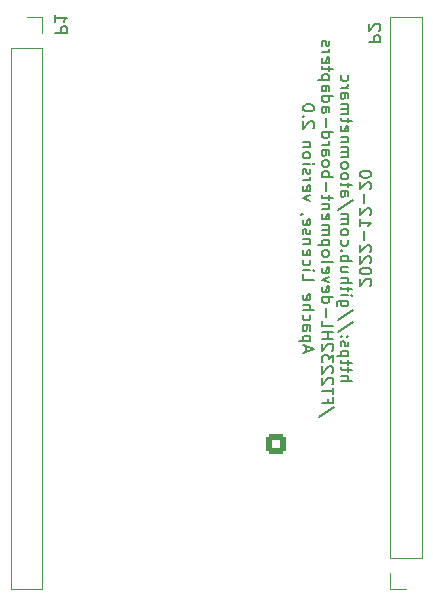
<source format=gbo>
G04 #@! TF.GenerationSoftware,KiCad,Pcbnew,(6.0.9)*
G04 #@! TF.CreationDate,2022-11-20T19:10:43+01:00*
G04 #@! TF.ProjectId,FT2232HL development board to iceprog,46543232-3332-4484-9c20-646576656c6f,rev?*
G04 #@! TF.SameCoordinates,Original*
G04 #@! TF.FileFunction,Legend,Bot*
G04 #@! TF.FilePolarity,Positive*
%FSLAX46Y46*%
G04 Gerber Fmt 4.6, Leading zero omitted, Abs format (unit mm)*
G04 Created by KiCad (PCBNEW (6.0.9)) date 2022-11-20 19:10:43*
%MOMM*%
%LPD*%
G01*
G04 APERTURE LIST*
G04 Aperture macros list*
%AMRoundRect*
0 Rectangle with rounded corners*
0 $1 Rounding radius*
0 $2 $3 $4 $5 $6 $7 $8 $9 X,Y pos of 4 corners*
0 Add a 4 corners polygon primitive as box body*
4,1,4,$2,$3,$4,$5,$6,$7,$8,$9,$2,$3,0*
0 Add four circle primitives for the rounded corners*
1,1,$1+$1,$2,$3*
1,1,$1+$1,$4,$5*
1,1,$1+$1,$6,$7*
1,1,$1+$1,$8,$9*
0 Add four rect primitives between the rounded corners*
20,1,$1+$1,$2,$3,$4,$5,0*
20,1,$1+$1,$4,$5,$6,$7,0*
20,1,$1+$1,$6,$7,$8,$9,0*
20,1,$1+$1,$8,$9,$2,$3,0*%
G04 Aperture macros list end*
%ADD10C,0.150000*%
%ADD11C,0.120000*%
%ADD12R,1.700000X1.700000*%
%ADD13O,1.700000X1.700000*%
%ADD14C,1.700000*%
%ADD15RoundRect,0.250000X-0.600000X0.600000X-0.600000X-0.600000X0.600000X-0.600000X0.600000X0.600000X0*%
G04 APERTURE END LIST*
D10*
X13027380Y-106457142D02*
X13075000Y-106409523D01*
X13122619Y-106314285D01*
X13122619Y-106076190D01*
X13075000Y-105980952D01*
X13027380Y-105933333D01*
X12932142Y-105885714D01*
X12836904Y-105885714D01*
X12694047Y-105933333D01*
X12122619Y-106504761D01*
X12122619Y-105885714D01*
X13122619Y-105266666D02*
X13122619Y-105171428D01*
X13075000Y-105076190D01*
X13027380Y-105028571D01*
X12932142Y-104980952D01*
X12741666Y-104933333D01*
X12503571Y-104933333D01*
X12313095Y-104980952D01*
X12217857Y-105028571D01*
X12170238Y-105076190D01*
X12122619Y-105171428D01*
X12122619Y-105266666D01*
X12170238Y-105361904D01*
X12217857Y-105409523D01*
X12313095Y-105457142D01*
X12503571Y-105504761D01*
X12741666Y-105504761D01*
X12932142Y-105457142D01*
X13027380Y-105409523D01*
X13075000Y-105361904D01*
X13122619Y-105266666D01*
X13027380Y-104552380D02*
X13075000Y-104504761D01*
X13122619Y-104409523D01*
X13122619Y-104171428D01*
X13075000Y-104076190D01*
X13027380Y-104028571D01*
X12932142Y-103980952D01*
X12836904Y-103980952D01*
X12694047Y-104028571D01*
X12122619Y-104600000D01*
X12122619Y-103980952D01*
X13027380Y-103600000D02*
X13075000Y-103552380D01*
X13122619Y-103457142D01*
X13122619Y-103219047D01*
X13075000Y-103123809D01*
X13027380Y-103076190D01*
X12932142Y-103028571D01*
X12836904Y-103028571D01*
X12694047Y-103076190D01*
X12122619Y-103647619D01*
X12122619Y-103028571D01*
X12503571Y-102600000D02*
X12503571Y-101838095D01*
X12122619Y-100838095D02*
X12122619Y-101409523D01*
X12122619Y-101123809D02*
X13122619Y-101123809D01*
X12979761Y-101219047D01*
X12884523Y-101314285D01*
X12836904Y-101409523D01*
X13027380Y-100457142D02*
X13075000Y-100409523D01*
X13122619Y-100314285D01*
X13122619Y-100076190D01*
X13075000Y-99980952D01*
X13027380Y-99933333D01*
X12932142Y-99885714D01*
X12836904Y-99885714D01*
X12694047Y-99933333D01*
X12122619Y-100504761D01*
X12122619Y-99885714D01*
X12503571Y-99457142D02*
X12503571Y-98695238D01*
X13027380Y-98266666D02*
X13075000Y-98219047D01*
X13122619Y-98123809D01*
X13122619Y-97885714D01*
X13075000Y-97790476D01*
X13027380Y-97742857D01*
X12932142Y-97695238D01*
X12836904Y-97695238D01*
X12694047Y-97742857D01*
X12122619Y-98314285D01*
X12122619Y-97695238D01*
X13122619Y-97076190D02*
X13122619Y-96980952D01*
X13075000Y-96885714D01*
X13027380Y-96838095D01*
X12932142Y-96790476D01*
X12741666Y-96742857D01*
X12503571Y-96742857D01*
X12313095Y-96790476D01*
X12217857Y-96838095D01*
X12170238Y-96885714D01*
X12122619Y-96980952D01*
X12122619Y-97076190D01*
X12170238Y-97171428D01*
X12217857Y-97219047D01*
X12313095Y-97266666D01*
X12503571Y-97314285D01*
X12741666Y-97314285D01*
X12932142Y-97266666D01*
X13027380Y-97219047D01*
X13075000Y-97171428D01*
X13122619Y-97076190D01*
X10512619Y-114504761D02*
X11512619Y-114504761D01*
X10512619Y-114076190D02*
X11036428Y-114076190D01*
X11131666Y-114123809D01*
X11179285Y-114219047D01*
X11179285Y-114361904D01*
X11131666Y-114457142D01*
X11084047Y-114504761D01*
X11179285Y-113742857D02*
X11179285Y-113361904D01*
X11512619Y-113600000D02*
X10655476Y-113600000D01*
X10560238Y-113552380D01*
X10512619Y-113457142D01*
X10512619Y-113361904D01*
X11179285Y-113171428D02*
X11179285Y-112790476D01*
X11512619Y-113028571D02*
X10655476Y-113028571D01*
X10560238Y-112980952D01*
X10512619Y-112885714D01*
X10512619Y-112790476D01*
X11179285Y-112457142D02*
X10179285Y-112457142D01*
X11131666Y-112457142D02*
X11179285Y-112361904D01*
X11179285Y-112171428D01*
X11131666Y-112076190D01*
X11084047Y-112028571D01*
X10988809Y-111980952D01*
X10703095Y-111980952D01*
X10607857Y-112028571D01*
X10560238Y-112076190D01*
X10512619Y-112171428D01*
X10512619Y-112361904D01*
X10560238Y-112457142D01*
X10560238Y-111600000D02*
X10512619Y-111504761D01*
X10512619Y-111314285D01*
X10560238Y-111219047D01*
X10655476Y-111171428D01*
X10703095Y-111171428D01*
X10798333Y-111219047D01*
X10845952Y-111314285D01*
X10845952Y-111457142D01*
X10893571Y-111552380D01*
X10988809Y-111600000D01*
X11036428Y-111600000D01*
X11131666Y-111552380D01*
X11179285Y-111457142D01*
X11179285Y-111314285D01*
X11131666Y-111219047D01*
X10607857Y-110742857D02*
X10560238Y-110695238D01*
X10512619Y-110742857D01*
X10560238Y-110790476D01*
X10607857Y-110742857D01*
X10512619Y-110742857D01*
X11131666Y-110742857D02*
X11084047Y-110695238D01*
X11036428Y-110742857D01*
X11084047Y-110790476D01*
X11131666Y-110742857D01*
X11036428Y-110742857D01*
X11560238Y-109552380D02*
X10274523Y-110409523D01*
X11560238Y-108504761D02*
X10274523Y-109361904D01*
X11179285Y-107742857D02*
X10369761Y-107742857D01*
X10274523Y-107790476D01*
X10226904Y-107838095D01*
X10179285Y-107933333D01*
X10179285Y-108076190D01*
X10226904Y-108171428D01*
X10560238Y-107742857D02*
X10512619Y-107838095D01*
X10512619Y-108028571D01*
X10560238Y-108123809D01*
X10607857Y-108171428D01*
X10703095Y-108219047D01*
X10988809Y-108219047D01*
X11084047Y-108171428D01*
X11131666Y-108123809D01*
X11179285Y-108028571D01*
X11179285Y-107838095D01*
X11131666Y-107742857D01*
X10512619Y-107266666D02*
X11179285Y-107266666D01*
X11512619Y-107266666D02*
X11464999Y-107314285D01*
X11417380Y-107266666D01*
X11464999Y-107219047D01*
X11512619Y-107266666D01*
X11417380Y-107266666D01*
X11179285Y-106933333D02*
X11179285Y-106552380D01*
X11512619Y-106790476D02*
X10655476Y-106790476D01*
X10560238Y-106742857D01*
X10512619Y-106647619D01*
X10512619Y-106552380D01*
X10512619Y-106219047D02*
X11512619Y-106219047D01*
X10512619Y-105790476D02*
X11036428Y-105790476D01*
X11131666Y-105838095D01*
X11179285Y-105933333D01*
X11179285Y-106076190D01*
X11131666Y-106171428D01*
X11084047Y-106219047D01*
X11179285Y-104885714D02*
X10512619Y-104885714D01*
X11179285Y-105314285D02*
X10655476Y-105314285D01*
X10560238Y-105266666D01*
X10512619Y-105171428D01*
X10512619Y-105028571D01*
X10560238Y-104933333D01*
X10607857Y-104885714D01*
X10512619Y-104409523D02*
X11512619Y-104409523D01*
X11131666Y-104409523D02*
X11179285Y-104314285D01*
X11179285Y-104123809D01*
X11131666Y-104028571D01*
X11084047Y-103980952D01*
X10988809Y-103933333D01*
X10703095Y-103933333D01*
X10607857Y-103980952D01*
X10560238Y-104028571D01*
X10512619Y-104123809D01*
X10512619Y-104314285D01*
X10560238Y-104409523D01*
X10607857Y-103504761D02*
X10560238Y-103457142D01*
X10512619Y-103504761D01*
X10560238Y-103552380D01*
X10607857Y-103504761D01*
X10512619Y-103504761D01*
X10560238Y-102600000D02*
X10512619Y-102695238D01*
X10512619Y-102885714D01*
X10560238Y-102980952D01*
X10607857Y-103028571D01*
X10703095Y-103076190D01*
X10988809Y-103076190D01*
X11084047Y-103028571D01*
X11131666Y-102980952D01*
X11179285Y-102885714D01*
X11179285Y-102695238D01*
X11131666Y-102600000D01*
X10512619Y-102028571D02*
X10560238Y-102123809D01*
X10607857Y-102171428D01*
X10703095Y-102219047D01*
X10988809Y-102219047D01*
X11084047Y-102171428D01*
X11131666Y-102123809D01*
X11179285Y-102028571D01*
X11179285Y-101885714D01*
X11131666Y-101790476D01*
X11084047Y-101742857D01*
X10988809Y-101695238D01*
X10703095Y-101695238D01*
X10607857Y-101742857D01*
X10560238Y-101790476D01*
X10512619Y-101885714D01*
X10512619Y-102028571D01*
X10512619Y-101266666D02*
X11179285Y-101266666D01*
X11084047Y-101266666D02*
X11131666Y-101219047D01*
X11179285Y-101123809D01*
X11179285Y-100980952D01*
X11131666Y-100885714D01*
X11036428Y-100838095D01*
X10512619Y-100838095D01*
X11036428Y-100838095D02*
X11131666Y-100790476D01*
X11179285Y-100695238D01*
X11179285Y-100552380D01*
X11131666Y-100457142D01*
X11036428Y-100409523D01*
X10512619Y-100409523D01*
X11560238Y-99219047D02*
X10274523Y-100076190D01*
X10512619Y-98457142D02*
X11036428Y-98457142D01*
X11131666Y-98504761D01*
X11179285Y-98600000D01*
X11179285Y-98790476D01*
X11131666Y-98885714D01*
X10560238Y-98457142D02*
X10512619Y-98552380D01*
X10512619Y-98790476D01*
X10560238Y-98885714D01*
X10655476Y-98933333D01*
X10750714Y-98933333D01*
X10845952Y-98885714D01*
X10893571Y-98790476D01*
X10893571Y-98552380D01*
X10941190Y-98457142D01*
X11179285Y-98123809D02*
X11179285Y-97742857D01*
X11512619Y-97980952D02*
X10655476Y-97980952D01*
X10560238Y-97933333D01*
X10512619Y-97838095D01*
X10512619Y-97742857D01*
X10512619Y-97266666D02*
X10560238Y-97361904D01*
X10607857Y-97409523D01*
X10703095Y-97457142D01*
X10988809Y-97457142D01*
X11084047Y-97409523D01*
X11131666Y-97361904D01*
X11179285Y-97266666D01*
X11179285Y-97123809D01*
X11131666Y-97028571D01*
X11084047Y-96980952D01*
X10988809Y-96933333D01*
X10703095Y-96933333D01*
X10607857Y-96980952D01*
X10560238Y-97028571D01*
X10512619Y-97123809D01*
X10512619Y-97266666D01*
X10512619Y-96361904D02*
X10560238Y-96457142D01*
X10607857Y-96504761D01*
X10703095Y-96552380D01*
X10988809Y-96552380D01*
X11084047Y-96504761D01*
X11131666Y-96457142D01*
X11179285Y-96361904D01*
X11179285Y-96219047D01*
X11131666Y-96123809D01*
X11084047Y-96076190D01*
X10988809Y-96028571D01*
X10703095Y-96028571D01*
X10607857Y-96076190D01*
X10560238Y-96123809D01*
X10512619Y-96219047D01*
X10512619Y-96361904D01*
X10512619Y-95600000D02*
X11179285Y-95600000D01*
X11084047Y-95600000D02*
X11131666Y-95552380D01*
X11179285Y-95457142D01*
X11179285Y-95314285D01*
X11131666Y-95219047D01*
X11036428Y-95171428D01*
X10512619Y-95171428D01*
X11036428Y-95171428D02*
X11131666Y-95123809D01*
X11179285Y-95028571D01*
X11179285Y-94885714D01*
X11131666Y-94790476D01*
X11036428Y-94742857D01*
X10512619Y-94742857D01*
X11179285Y-94266666D02*
X10512619Y-94266666D01*
X11084047Y-94266666D02*
X11131666Y-94219047D01*
X11179285Y-94123809D01*
X11179285Y-93980952D01*
X11131666Y-93885714D01*
X11036428Y-93838095D01*
X10512619Y-93838095D01*
X10560238Y-92980952D02*
X10512619Y-93076190D01*
X10512619Y-93266666D01*
X10560238Y-93361904D01*
X10655476Y-93409523D01*
X11036428Y-93409523D01*
X11131666Y-93361904D01*
X11179285Y-93266666D01*
X11179285Y-93076190D01*
X11131666Y-92980952D01*
X11036428Y-92933333D01*
X10941190Y-92933333D01*
X10845952Y-93409523D01*
X11179285Y-92647619D02*
X11179285Y-92266666D01*
X11512619Y-92504761D02*
X10655476Y-92504761D01*
X10560238Y-92457142D01*
X10512619Y-92361904D01*
X10512619Y-92266666D01*
X10512619Y-91933333D02*
X11179285Y-91933333D01*
X11084047Y-91933333D02*
X11131666Y-91885714D01*
X11179285Y-91790476D01*
X11179285Y-91647619D01*
X11131666Y-91552380D01*
X11036428Y-91504761D01*
X10512619Y-91504761D01*
X11036428Y-91504761D02*
X11131666Y-91457142D01*
X11179285Y-91361904D01*
X11179285Y-91219047D01*
X11131666Y-91123809D01*
X11036428Y-91076190D01*
X10512619Y-91076190D01*
X10512619Y-90171428D02*
X11036428Y-90171428D01*
X11131666Y-90219047D01*
X11179285Y-90314285D01*
X11179285Y-90504761D01*
X11131666Y-90600000D01*
X10560238Y-90171428D02*
X10512619Y-90266666D01*
X10512619Y-90504761D01*
X10560238Y-90600000D01*
X10655476Y-90647619D01*
X10750714Y-90647619D01*
X10845952Y-90600000D01*
X10893571Y-90504761D01*
X10893571Y-90266666D01*
X10941190Y-90171428D01*
X10512619Y-89695238D02*
X11179285Y-89695238D01*
X10988809Y-89695238D02*
X11084047Y-89647619D01*
X11131666Y-89600000D01*
X11179285Y-89504761D01*
X11179285Y-89409523D01*
X10560238Y-88647619D02*
X10512619Y-88742857D01*
X10512619Y-88933333D01*
X10560238Y-89028571D01*
X10607857Y-89076190D01*
X10703095Y-89123809D01*
X10988809Y-89123809D01*
X11084047Y-89076190D01*
X11131666Y-89028571D01*
X11179285Y-88933333D01*
X11179285Y-88742857D01*
X11131666Y-88647619D01*
X9950238Y-116719047D02*
X8664523Y-117576190D01*
X9426428Y-116052380D02*
X9426428Y-116385714D01*
X8902619Y-116385714D02*
X9902619Y-116385714D01*
X9902619Y-115909523D01*
X9902619Y-115671428D02*
X9902619Y-115100000D01*
X8902619Y-115385714D02*
X9902619Y-115385714D01*
X9807380Y-114814285D02*
X9854999Y-114766666D01*
X9902619Y-114671428D01*
X9902619Y-114433333D01*
X9854999Y-114338095D01*
X9807380Y-114290476D01*
X9712142Y-114242857D01*
X9616904Y-114242857D01*
X9474047Y-114290476D01*
X8902619Y-114861904D01*
X8902619Y-114242857D01*
X9807380Y-113861904D02*
X9854999Y-113814285D01*
X9902619Y-113719047D01*
X9902619Y-113480952D01*
X9854999Y-113385714D01*
X9807380Y-113338095D01*
X9712142Y-113290476D01*
X9616904Y-113290476D01*
X9474047Y-113338095D01*
X8902619Y-113909523D01*
X8902619Y-113290476D01*
X9902619Y-112957142D02*
X9902619Y-112338095D01*
X9521666Y-112671428D01*
X9521666Y-112528571D01*
X9474047Y-112433333D01*
X9426428Y-112385714D01*
X9331190Y-112338095D01*
X9093095Y-112338095D01*
X8997857Y-112385714D01*
X8950238Y-112433333D01*
X8902619Y-112528571D01*
X8902619Y-112814285D01*
X8950238Y-112909523D01*
X8997857Y-112957142D01*
X9807380Y-111957142D02*
X9854999Y-111909523D01*
X9902619Y-111814285D01*
X9902619Y-111576190D01*
X9854999Y-111480952D01*
X9807380Y-111433333D01*
X9712142Y-111385714D01*
X9616904Y-111385714D01*
X9474047Y-111433333D01*
X8902619Y-112004761D01*
X8902619Y-111385714D01*
X8902619Y-110957142D02*
X9902619Y-110957142D01*
X9426428Y-110957142D02*
X9426428Y-110385714D01*
X8902619Y-110385714D02*
X9902619Y-110385714D01*
X8902619Y-109433333D02*
X8902619Y-109909523D01*
X9902619Y-109909523D01*
X9283571Y-109100000D02*
X9283571Y-108338095D01*
X8902619Y-107433333D02*
X9902619Y-107433333D01*
X8950238Y-107433333D02*
X8902619Y-107528571D01*
X8902619Y-107719047D01*
X8950238Y-107814285D01*
X8997857Y-107861904D01*
X9093095Y-107909523D01*
X9378809Y-107909523D01*
X9474047Y-107861904D01*
X9521666Y-107814285D01*
X9569285Y-107719047D01*
X9569285Y-107528571D01*
X9521666Y-107433333D01*
X8950238Y-106576190D02*
X8902619Y-106671428D01*
X8902619Y-106861904D01*
X8950238Y-106957142D01*
X9045476Y-107004761D01*
X9426428Y-107004761D01*
X9521666Y-106957142D01*
X9569285Y-106861904D01*
X9569285Y-106671428D01*
X9521666Y-106576190D01*
X9426428Y-106528571D01*
X9331190Y-106528571D01*
X9235952Y-107004761D01*
X9569285Y-106195238D02*
X8902619Y-105957142D01*
X9569285Y-105719047D01*
X8950238Y-104957142D02*
X8902619Y-105052380D01*
X8902619Y-105242857D01*
X8950238Y-105338095D01*
X9045476Y-105385714D01*
X9426428Y-105385714D01*
X9521666Y-105338095D01*
X9569285Y-105242857D01*
X9569285Y-105052380D01*
X9521666Y-104957142D01*
X9426428Y-104909523D01*
X9331190Y-104909523D01*
X9235952Y-105385714D01*
X8902619Y-104338095D02*
X8950238Y-104433333D01*
X9045476Y-104480952D01*
X9902619Y-104480952D01*
X8902619Y-103814285D02*
X8950238Y-103909523D01*
X8997857Y-103957142D01*
X9093095Y-104004761D01*
X9378809Y-104004761D01*
X9474047Y-103957142D01*
X9521666Y-103909523D01*
X9569285Y-103814285D01*
X9569285Y-103671428D01*
X9521666Y-103576190D01*
X9474047Y-103528571D01*
X9378809Y-103480952D01*
X9093095Y-103480952D01*
X8997857Y-103528571D01*
X8950238Y-103576190D01*
X8902619Y-103671428D01*
X8902619Y-103814285D01*
X9569285Y-103052380D02*
X8569285Y-103052380D01*
X9521666Y-103052380D02*
X9569285Y-102957142D01*
X9569285Y-102766666D01*
X9521666Y-102671428D01*
X9474047Y-102623809D01*
X9378809Y-102576190D01*
X9093095Y-102576190D01*
X8997857Y-102623809D01*
X8950238Y-102671428D01*
X8902619Y-102766666D01*
X8902619Y-102957142D01*
X8950238Y-103052380D01*
X8902619Y-102147619D02*
X9569285Y-102147619D01*
X9474047Y-102147619D02*
X9521666Y-102100000D01*
X9569285Y-102004761D01*
X9569285Y-101861904D01*
X9521666Y-101766666D01*
X9426428Y-101719047D01*
X8902619Y-101719047D01*
X9426428Y-101719047D02*
X9521666Y-101671428D01*
X9569285Y-101576190D01*
X9569285Y-101433333D01*
X9521666Y-101338095D01*
X9426428Y-101290476D01*
X8902619Y-101290476D01*
X8950238Y-100433333D02*
X8902619Y-100528571D01*
X8902619Y-100719047D01*
X8950238Y-100814285D01*
X9045476Y-100861904D01*
X9426428Y-100861904D01*
X9521666Y-100814285D01*
X9569285Y-100719047D01*
X9569285Y-100528571D01*
X9521666Y-100433333D01*
X9426428Y-100385714D01*
X9331190Y-100385714D01*
X9235952Y-100861904D01*
X9569285Y-99957142D02*
X8902619Y-99957142D01*
X9474047Y-99957142D02*
X9521666Y-99909523D01*
X9569285Y-99814285D01*
X9569285Y-99671428D01*
X9521666Y-99576190D01*
X9426428Y-99528571D01*
X8902619Y-99528571D01*
X9569285Y-99195238D02*
X9569285Y-98814285D01*
X9902619Y-99052380D02*
X9045476Y-99052380D01*
X8950238Y-99004761D01*
X8902619Y-98909523D01*
X8902619Y-98814285D01*
X9283571Y-98480952D02*
X9283571Y-97719047D01*
X8902619Y-97242857D02*
X9902619Y-97242857D01*
X9521666Y-97242857D02*
X9569285Y-97147619D01*
X9569285Y-96957142D01*
X9521666Y-96861904D01*
X9474047Y-96814285D01*
X9378809Y-96766666D01*
X9093095Y-96766666D01*
X8997857Y-96814285D01*
X8950238Y-96861904D01*
X8902619Y-96957142D01*
X8902619Y-97147619D01*
X8950238Y-97242857D01*
X8902619Y-96195238D02*
X8950238Y-96290476D01*
X8997857Y-96338095D01*
X9093095Y-96385714D01*
X9378809Y-96385714D01*
X9474047Y-96338095D01*
X9521666Y-96290476D01*
X9569285Y-96195238D01*
X9569285Y-96052380D01*
X9521666Y-95957142D01*
X9474047Y-95909523D01*
X9378809Y-95861904D01*
X9093095Y-95861904D01*
X8997857Y-95909523D01*
X8950238Y-95957142D01*
X8902619Y-96052380D01*
X8902619Y-96195238D01*
X8902619Y-95004761D02*
X9426428Y-95004761D01*
X9521666Y-95052380D01*
X9569285Y-95147619D01*
X9569285Y-95338095D01*
X9521666Y-95433333D01*
X8950238Y-95004761D02*
X8902619Y-95100000D01*
X8902619Y-95338095D01*
X8950238Y-95433333D01*
X9045476Y-95480952D01*
X9140714Y-95480952D01*
X9235952Y-95433333D01*
X9283571Y-95338095D01*
X9283571Y-95100000D01*
X9331190Y-95004761D01*
X8902619Y-94528571D02*
X9569285Y-94528571D01*
X9378809Y-94528571D02*
X9474047Y-94480952D01*
X9521666Y-94433333D01*
X9569285Y-94338095D01*
X9569285Y-94242857D01*
X8902619Y-93480952D02*
X9902619Y-93480952D01*
X8950238Y-93480952D02*
X8902619Y-93576190D01*
X8902619Y-93766666D01*
X8950238Y-93861904D01*
X8997857Y-93909523D01*
X9093095Y-93957142D01*
X9378809Y-93957142D01*
X9474047Y-93909523D01*
X9521666Y-93861904D01*
X9569285Y-93766666D01*
X9569285Y-93576190D01*
X9521666Y-93480952D01*
X9283571Y-93004761D02*
X9283571Y-92242857D01*
X8902619Y-91338095D02*
X9426428Y-91338095D01*
X9521666Y-91385714D01*
X9569285Y-91480952D01*
X9569285Y-91671428D01*
X9521666Y-91766666D01*
X8950238Y-91338095D02*
X8902619Y-91433333D01*
X8902619Y-91671428D01*
X8950238Y-91766666D01*
X9045476Y-91814285D01*
X9140714Y-91814285D01*
X9235952Y-91766666D01*
X9283571Y-91671428D01*
X9283571Y-91433333D01*
X9331190Y-91338095D01*
X8902619Y-90433333D02*
X9902619Y-90433333D01*
X8950238Y-90433333D02*
X8902619Y-90528571D01*
X8902619Y-90719047D01*
X8950238Y-90814285D01*
X8997857Y-90861904D01*
X9093095Y-90909523D01*
X9378809Y-90909523D01*
X9474047Y-90861904D01*
X9521666Y-90814285D01*
X9569285Y-90719047D01*
X9569285Y-90528571D01*
X9521666Y-90433333D01*
X8902619Y-89528571D02*
X9426428Y-89528571D01*
X9521666Y-89576190D01*
X9569285Y-89671428D01*
X9569285Y-89861904D01*
X9521666Y-89957142D01*
X8950238Y-89528571D02*
X8902619Y-89623809D01*
X8902619Y-89861904D01*
X8950238Y-89957142D01*
X9045476Y-90004761D01*
X9140714Y-90004761D01*
X9235952Y-89957142D01*
X9283571Y-89861904D01*
X9283571Y-89623809D01*
X9331190Y-89528571D01*
X9569285Y-89052380D02*
X8569285Y-89052380D01*
X9521666Y-89052380D02*
X9569285Y-88957142D01*
X9569285Y-88766666D01*
X9521666Y-88671428D01*
X9474047Y-88623809D01*
X9378809Y-88576190D01*
X9093095Y-88576190D01*
X8997857Y-88623809D01*
X8950238Y-88671428D01*
X8902619Y-88766666D01*
X8902619Y-88957142D01*
X8950238Y-89052380D01*
X9569285Y-88290476D02*
X9569285Y-87909523D01*
X9902619Y-88147619D02*
X9045476Y-88147619D01*
X8950238Y-88100000D01*
X8902619Y-88004761D01*
X8902619Y-87909523D01*
X8950238Y-87195238D02*
X8902619Y-87290476D01*
X8902619Y-87480952D01*
X8950238Y-87576190D01*
X9045476Y-87623809D01*
X9426428Y-87623809D01*
X9521666Y-87576190D01*
X9569285Y-87480952D01*
X9569285Y-87290476D01*
X9521666Y-87195238D01*
X9426428Y-87147619D01*
X9331190Y-87147619D01*
X9235952Y-87623809D01*
X8902619Y-86719047D02*
X9569285Y-86719047D01*
X9378809Y-86719047D02*
X9474047Y-86671428D01*
X9521666Y-86623809D01*
X9569285Y-86528571D01*
X9569285Y-86433333D01*
X8950238Y-86147619D02*
X8902619Y-86052380D01*
X8902619Y-85861904D01*
X8950238Y-85766666D01*
X9045476Y-85719047D01*
X9093095Y-85719047D01*
X9188333Y-85766666D01*
X9235952Y-85861904D01*
X9235952Y-86004761D01*
X9283571Y-86100000D01*
X9378809Y-86147619D01*
X9426428Y-86147619D01*
X9521666Y-86100000D01*
X9569285Y-86004761D01*
X9569285Y-85861904D01*
X9521666Y-85766666D01*
X7578333Y-112076190D02*
X7578333Y-111600000D01*
X7292619Y-112171428D02*
X8292619Y-111838095D01*
X7292619Y-111504761D01*
X7959285Y-111171428D02*
X6959285Y-111171428D01*
X7911666Y-111171428D02*
X7959285Y-111076190D01*
X7959285Y-110885714D01*
X7911666Y-110790476D01*
X7864047Y-110742857D01*
X7768809Y-110695238D01*
X7483095Y-110695238D01*
X7387857Y-110742857D01*
X7340238Y-110790476D01*
X7292619Y-110885714D01*
X7292619Y-111076190D01*
X7340238Y-111171428D01*
X7292619Y-109838095D02*
X7816428Y-109838095D01*
X7911666Y-109885714D01*
X7959285Y-109980952D01*
X7959285Y-110171428D01*
X7911666Y-110266666D01*
X7340238Y-109838095D02*
X7292619Y-109933333D01*
X7292619Y-110171428D01*
X7340238Y-110266666D01*
X7435476Y-110314285D01*
X7530714Y-110314285D01*
X7625952Y-110266666D01*
X7673571Y-110171428D01*
X7673571Y-109933333D01*
X7721190Y-109838095D01*
X7340238Y-108933333D02*
X7292619Y-109028571D01*
X7292619Y-109219047D01*
X7340238Y-109314285D01*
X7387857Y-109361904D01*
X7483095Y-109409523D01*
X7768809Y-109409523D01*
X7864047Y-109361904D01*
X7911666Y-109314285D01*
X7959285Y-109219047D01*
X7959285Y-109028571D01*
X7911666Y-108933333D01*
X7292619Y-108504761D02*
X8292619Y-108504761D01*
X7292619Y-108076190D02*
X7816428Y-108076190D01*
X7911666Y-108123809D01*
X7959285Y-108219047D01*
X7959285Y-108361904D01*
X7911666Y-108457142D01*
X7864047Y-108504761D01*
X7340238Y-107219047D02*
X7292619Y-107314285D01*
X7292619Y-107504761D01*
X7340238Y-107600000D01*
X7435476Y-107647619D01*
X7816428Y-107647619D01*
X7911666Y-107600000D01*
X7959285Y-107504761D01*
X7959285Y-107314285D01*
X7911666Y-107219047D01*
X7816428Y-107171428D01*
X7721190Y-107171428D01*
X7625952Y-107647619D01*
X7292619Y-105504761D02*
X7292619Y-105980952D01*
X8292619Y-105980952D01*
X7292619Y-105171428D02*
X7959285Y-105171428D01*
X8292619Y-105171428D02*
X8244999Y-105219047D01*
X8197380Y-105171428D01*
X8244999Y-105123809D01*
X8292619Y-105171428D01*
X8197380Y-105171428D01*
X7340238Y-104266666D02*
X7292619Y-104361904D01*
X7292619Y-104552380D01*
X7340238Y-104647619D01*
X7387857Y-104695238D01*
X7483095Y-104742857D01*
X7768809Y-104742857D01*
X7864047Y-104695238D01*
X7911666Y-104647619D01*
X7959285Y-104552380D01*
X7959285Y-104361904D01*
X7911666Y-104266666D01*
X7340238Y-103457142D02*
X7292619Y-103552380D01*
X7292619Y-103742857D01*
X7340238Y-103838095D01*
X7435476Y-103885714D01*
X7816428Y-103885714D01*
X7911666Y-103838095D01*
X7959285Y-103742857D01*
X7959285Y-103552380D01*
X7911666Y-103457142D01*
X7816428Y-103409523D01*
X7721190Y-103409523D01*
X7625952Y-103885714D01*
X7959285Y-102980952D02*
X7292619Y-102980952D01*
X7864047Y-102980952D02*
X7911666Y-102933333D01*
X7959285Y-102838095D01*
X7959285Y-102695238D01*
X7911666Y-102600000D01*
X7816428Y-102552380D01*
X7292619Y-102552380D01*
X7340238Y-102123809D02*
X7292619Y-102028571D01*
X7292619Y-101838095D01*
X7340238Y-101742857D01*
X7435476Y-101695238D01*
X7483095Y-101695238D01*
X7578333Y-101742857D01*
X7625952Y-101838095D01*
X7625952Y-101980952D01*
X7673571Y-102076190D01*
X7768809Y-102123809D01*
X7816428Y-102123809D01*
X7911666Y-102076190D01*
X7959285Y-101980952D01*
X7959285Y-101838095D01*
X7911666Y-101742857D01*
X7340238Y-100885714D02*
X7292619Y-100980952D01*
X7292619Y-101171428D01*
X7340238Y-101266666D01*
X7435476Y-101314285D01*
X7816428Y-101314285D01*
X7911666Y-101266666D01*
X7959285Y-101171428D01*
X7959285Y-100980952D01*
X7911666Y-100885714D01*
X7816428Y-100838095D01*
X7721190Y-100838095D01*
X7625952Y-101314285D01*
X7340238Y-100361904D02*
X7292619Y-100361904D01*
X7197380Y-100409523D01*
X7149761Y-100457142D01*
X7959285Y-99266666D02*
X7292619Y-99028571D01*
X7959285Y-98790476D01*
X7340238Y-98028571D02*
X7292619Y-98123809D01*
X7292619Y-98314285D01*
X7340238Y-98409523D01*
X7435476Y-98457142D01*
X7816428Y-98457142D01*
X7911666Y-98409523D01*
X7959285Y-98314285D01*
X7959285Y-98123809D01*
X7911666Y-98028571D01*
X7816428Y-97980952D01*
X7721190Y-97980952D01*
X7625952Y-98457142D01*
X7292619Y-97552380D02*
X7959285Y-97552380D01*
X7768809Y-97552380D02*
X7864047Y-97504761D01*
X7911666Y-97457142D01*
X7959285Y-97361904D01*
X7959285Y-97266666D01*
X7340238Y-96980952D02*
X7292619Y-96885714D01*
X7292619Y-96695238D01*
X7340238Y-96600000D01*
X7435476Y-96552380D01*
X7483095Y-96552380D01*
X7578333Y-96600000D01*
X7625952Y-96695238D01*
X7625952Y-96838095D01*
X7673571Y-96933333D01*
X7768809Y-96980952D01*
X7816428Y-96980952D01*
X7911666Y-96933333D01*
X7959285Y-96838095D01*
X7959285Y-96695238D01*
X7911666Y-96600000D01*
X7292619Y-96123809D02*
X7959285Y-96123809D01*
X8292619Y-96123809D02*
X8245000Y-96171428D01*
X8197380Y-96123809D01*
X8245000Y-96076190D01*
X8292619Y-96123809D01*
X8197380Y-96123809D01*
X7292619Y-95504761D02*
X7340238Y-95600000D01*
X7387857Y-95647619D01*
X7483095Y-95695238D01*
X7768809Y-95695238D01*
X7864047Y-95647619D01*
X7911666Y-95600000D01*
X7959285Y-95504761D01*
X7959285Y-95361904D01*
X7911666Y-95266666D01*
X7864047Y-95219047D01*
X7768809Y-95171428D01*
X7483095Y-95171428D01*
X7387857Y-95219047D01*
X7340238Y-95266666D01*
X7292619Y-95361904D01*
X7292619Y-95504761D01*
X7959285Y-94742857D02*
X7292619Y-94742857D01*
X7864047Y-94742857D02*
X7911666Y-94695238D01*
X7959285Y-94600000D01*
X7959285Y-94457142D01*
X7911666Y-94361904D01*
X7816428Y-94314285D01*
X7292619Y-94314285D01*
X8197380Y-93123809D02*
X8245000Y-93076190D01*
X8292619Y-92980952D01*
X8292619Y-92742857D01*
X8245000Y-92647619D01*
X8197380Y-92600000D01*
X8102142Y-92552380D01*
X8006904Y-92552380D01*
X7864047Y-92600000D01*
X7292619Y-93171428D01*
X7292619Y-92552380D01*
X7387857Y-92123809D02*
X7340238Y-92076190D01*
X7292619Y-92123809D01*
X7340238Y-92171428D01*
X7387857Y-92123809D01*
X7292619Y-92123809D01*
X8292619Y-91457142D02*
X8292619Y-91361904D01*
X8245000Y-91266666D01*
X8197380Y-91219047D01*
X8102142Y-91171428D01*
X7911666Y-91123809D01*
X7673571Y-91123809D01*
X7483095Y-91171428D01*
X7387857Y-91219047D01*
X7340238Y-91266666D01*
X7292619Y-91361904D01*
X7292619Y-91457142D01*
X7340238Y-91552380D01*
X7387857Y-91600000D01*
X7483095Y-91647619D01*
X7673571Y-91695238D01*
X7911666Y-91695238D01*
X8102142Y-91647619D01*
X8197380Y-91600000D01*
X8245000Y-91552380D01*
X8292619Y-91457142D01*
X12882619Y-85828095D02*
X13882619Y-85828095D01*
X13882619Y-85447142D01*
X13835000Y-85351904D01*
X13787380Y-85304285D01*
X13692142Y-85256666D01*
X13549285Y-85256666D01*
X13454047Y-85304285D01*
X13406428Y-85351904D01*
X13358809Y-85447142D01*
X13358809Y-85828095D01*
X13787380Y-84875714D02*
X13835000Y-84828095D01*
X13882619Y-84732857D01*
X13882619Y-84494761D01*
X13835000Y-84399523D01*
X13787380Y-84351904D01*
X13692142Y-84304285D01*
X13596904Y-84304285D01*
X13454047Y-84351904D01*
X12882619Y-84923333D01*
X12882619Y-84304285D01*
X-13660380Y-85066095D02*
X-12660380Y-85066095D01*
X-12660380Y-84685142D01*
X-12708000Y-84589904D01*
X-12755619Y-84542285D01*
X-12850857Y-84494666D01*
X-12993714Y-84494666D01*
X-13088952Y-84542285D01*
X-13136571Y-84589904D01*
X-13184190Y-84685142D01*
X-13184190Y-85066095D01*
X-13660380Y-83542285D02*
X-13660380Y-84113714D01*
X-13660380Y-83828000D02*
X-12660380Y-83828000D01*
X-12803238Y-83923238D01*
X-12898476Y-84018476D01*
X-12946095Y-84113714D01*
D11*
X14730000Y-129540000D02*
X17390000Y-129540000D01*
X14730000Y-129540000D02*
X14730000Y-83760000D01*
X14730000Y-83760000D02*
X17390000Y-83760000D01*
X14730000Y-130810000D02*
X14730000Y-132140000D01*
X14730000Y-132140000D02*
X16060000Y-132140000D01*
X17390000Y-129540000D02*
X17390000Y-83760000D01*
X-14730000Y-86360000D02*
X-17390000Y-86360000D01*
X-14730000Y-86360000D02*
X-14730000Y-132140000D01*
X-14730000Y-132140000D02*
X-17390000Y-132140000D01*
X-14730000Y-85090000D02*
X-14730000Y-83760000D01*
X-14730000Y-83760000D02*
X-16060000Y-83760000D01*
X-17390000Y-86360000D02*
X-17390000Y-132140000D01*
%LPC*%
D12*
X-1270000Y-102870000D03*
D13*
X1270000Y-102870000D03*
D14*
X-5080000Y-122428000D03*
X-5080000Y-119888000D03*
X-2540000Y-122428000D03*
X-2540000Y-119888000D03*
X0Y-122428000D03*
X0Y-119888000D03*
X2540000Y-122428000D03*
X2540000Y-119888000D03*
X5080000Y-122428000D03*
D15*
X5080000Y-119888000D03*
D12*
X16060000Y-130810000D03*
D13*
X16060000Y-128270000D03*
X16060000Y-125730000D03*
X16060000Y-123190000D03*
X16060000Y-120650000D03*
X16060000Y-118110000D03*
X16060000Y-115570000D03*
X16060000Y-113030000D03*
X16060000Y-110490000D03*
X16060000Y-107950000D03*
X16060000Y-105410000D03*
X16060000Y-102870000D03*
X16060000Y-100330000D03*
X16060000Y-97790000D03*
X16060000Y-95250000D03*
X16060000Y-92710000D03*
X16060000Y-90170000D03*
X16060000Y-87630000D03*
X16060000Y-85090000D03*
D12*
X-16060000Y-85090000D03*
D13*
X-16060000Y-87630000D03*
X-16060000Y-90170000D03*
X-16060000Y-92710000D03*
X-16060000Y-95250000D03*
X-16060000Y-97790000D03*
X-16060000Y-100330000D03*
X-16060000Y-102870000D03*
X-16060000Y-105410000D03*
X-16060000Y-107950000D03*
X-16060000Y-110490000D03*
X-16060000Y-113030000D03*
X-16060000Y-115570000D03*
X-16060000Y-118110000D03*
X-16060000Y-120650000D03*
X-16060000Y-123190000D03*
X-16060000Y-125730000D03*
X-16060000Y-128270000D03*
X-16060000Y-130810000D03*
M02*

</source>
